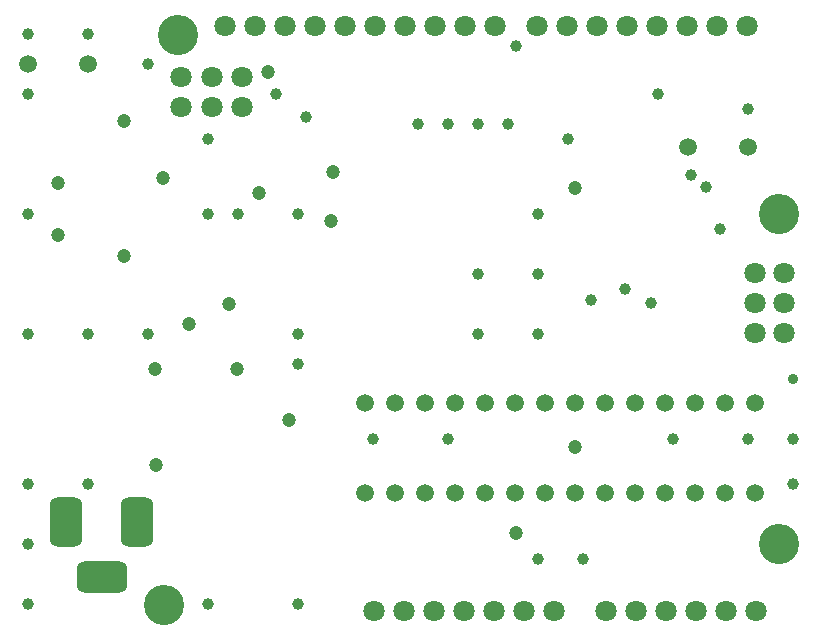
<source format=gbs>
%FSTAX43Y43*%
%MOMM*%
G71*
G01*
G75*
G04 Layer_Color=3394611*
G04:AMPARAMS|DCode=10|XSize=0.9mm|YSize=0.8mm|CornerRadius=0.2mm|HoleSize=0mm|Usage=FLASHONLY|Rotation=90.000|XOffset=0mm|YOffset=0mm|HoleType=Round|Shape=RoundedRectangle|*
%AMROUNDEDRECTD10*
21,1,0.900,0.400,0,0,90.0*
21,1,0.500,0.800,0,0,90.0*
1,1,0.400,0.200,0.250*
1,1,0.400,0.200,-0.250*
1,1,0.400,-0.200,-0.250*
1,1,0.400,-0.200,0.250*
%
%ADD10ROUNDEDRECTD10*%
G04:AMPARAMS|DCode=11|XSize=4.3mm|YSize=1.9mm|CornerRadius=0.475mm|HoleSize=0mm|Usage=FLASHONLY|Rotation=270.000|XOffset=0mm|YOffset=0mm|HoleType=Round|Shape=RoundedRectangle|*
%AMROUNDEDRECTD11*
21,1,4.300,0.950,0,0,270.0*
21,1,3.350,1.900,0,0,270.0*
1,1,0.950,-0.475,-1.675*
1,1,0.950,-0.475,1.675*
1,1,0.950,0.475,1.675*
1,1,0.950,0.475,-1.675*
%
%ADD11ROUNDEDRECTD11*%
G04:AMPARAMS|DCode=12|XSize=1.5mm|YSize=1.25mm|CornerRadius=0.313mm|HoleSize=0mm|Usage=FLASHONLY|Rotation=0.000|XOffset=0mm|YOffset=0mm|HoleType=Round|Shape=RoundedRectangle|*
%AMROUNDEDRECTD12*
21,1,1.500,0.625,0,0,0.0*
21,1,0.875,1.250,0,0,0.0*
1,1,0.625,0.438,-0.313*
1,1,0.625,-0.438,-0.313*
1,1,0.625,-0.438,0.313*
1,1,0.625,0.438,0.313*
%
%ADD12ROUNDEDRECTD12*%
G04:AMPARAMS|DCode=13|XSize=0.9mm|YSize=0.8mm|CornerRadius=0.2mm|HoleSize=0mm|Usage=FLASHONLY|Rotation=180.000|XOffset=0mm|YOffset=0mm|HoleType=Round|Shape=RoundedRectangle|*
%AMROUNDEDRECTD13*
21,1,0.900,0.400,0,0,180.0*
21,1,0.500,0.800,0,0,180.0*
1,1,0.400,-0.250,0.200*
1,1,0.400,0.250,0.200*
1,1,0.400,0.250,-0.200*
1,1,0.400,-0.250,-0.200*
%
%ADD13ROUNDEDRECTD13*%
G04:AMPARAMS|DCode=14|XSize=1.5mm|YSize=1.25mm|CornerRadius=0.313mm|HoleSize=0mm|Usage=FLASHONLY|Rotation=90.000|XOffset=0mm|YOffset=0mm|HoleType=Round|Shape=RoundedRectangle|*
%AMROUNDEDRECTD14*
21,1,1.500,0.625,0,0,90.0*
21,1,0.875,1.250,0,0,90.0*
1,1,0.625,0.313,0.438*
1,1,0.625,0.313,-0.438*
1,1,0.625,-0.313,-0.438*
1,1,0.625,-0.313,0.438*
%
%ADD14ROUNDEDRECTD14*%
G04:AMPARAMS|DCode=15|XSize=2.65mm|YSize=1.75mm|CornerRadius=0.438mm|HoleSize=0mm|Usage=FLASHONLY|Rotation=90.000|XOffset=0mm|YOffset=0mm|HoleType=Round|Shape=RoundedRectangle|*
%AMROUNDEDRECTD15*
21,1,2.650,0.875,0,0,90.0*
21,1,1.775,1.750,0,0,90.0*
1,1,0.875,0.438,0.887*
1,1,0.875,0.438,-0.887*
1,1,0.875,-0.438,-0.887*
1,1,0.875,-0.438,0.887*
%
%ADD15ROUNDEDRECTD15*%
G04:AMPARAMS|DCode=16|XSize=3.28mm|YSize=1.5mm|CornerRadius=0.375mm|HoleSize=0mm|Usage=FLASHONLY|Rotation=270.000|XOffset=0mm|YOffset=0mm|HoleType=Round|Shape=RoundedRectangle|*
%AMROUNDEDRECTD16*
21,1,3.280,0.750,0,0,270.0*
21,1,2.530,1.500,0,0,270.0*
1,1,0.750,-0.375,-1.265*
1,1,0.750,-0.375,1.265*
1,1,0.750,0.375,1.265*
1,1,0.750,0.375,-1.265*
%
%ADD16ROUNDEDRECTD16*%
G04:AMPARAMS|DCode=17|XSize=1mm|YSize=1.5mm|CornerRadius=0.25mm|HoleSize=0mm|Usage=FLASHONLY|Rotation=270.000|XOffset=0mm|YOffset=0mm|HoleType=Round|Shape=RoundedRectangle|*
%AMROUNDEDRECTD17*
21,1,1.000,1.000,0,0,270.0*
21,1,0.500,1.500,0,0,270.0*
1,1,0.500,-0.500,-0.250*
1,1,0.500,-0.500,0.250*
1,1,0.500,0.500,0.250*
1,1,0.500,0.500,-0.250*
%
%ADD17ROUNDEDRECTD17*%
G04:AMPARAMS|DCode=18|XSize=1.3mm|YSize=1mm|CornerRadius=0.25mm|HoleSize=0mm|Usage=FLASHONLY|Rotation=270.000|XOffset=0mm|YOffset=0mm|HoleType=Round|Shape=RoundedRectangle|*
%AMROUNDEDRECTD18*
21,1,1.300,0.500,0,0,270.0*
21,1,0.800,1.000,0,0,270.0*
1,1,0.500,-0.250,-0.400*
1,1,0.500,-0.250,0.400*
1,1,0.500,0.250,0.400*
1,1,0.500,0.250,-0.400*
%
%ADD18ROUNDEDRECTD18*%
G04:AMPARAMS|DCode=19|XSize=1.5mm|YSize=1.3mm|CornerRadius=0.325mm|HoleSize=0mm|Usage=FLASHONLY|Rotation=90.000|XOffset=0mm|YOffset=0mm|HoleType=Round|Shape=RoundedRectangle|*
%AMROUNDEDRECTD19*
21,1,1.500,0.650,0,0,90.0*
21,1,0.850,1.300,0,0,90.0*
1,1,0.650,0.325,0.425*
1,1,0.650,0.325,-0.425*
1,1,0.650,-0.325,-0.425*
1,1,0.650,-0.325,0.425*
%
%ADD19ROUNDEDRECTD19*%
G04:AMPARAMS|DCode=20|XSize=0.8mm|YSize=1mm|CornerRadius=0.2mm|HoleSize=0mm|Usage=FLASHONLY|Rotation=180.000|XOffset=0mm|YOffset=0mm|HoleType=Round|Shape=RoundedRectangle|*
%AMROUNDEDRECTD20*
21,1,0.800,0.600,0,0,180.0*
21,1,0.400,1.000,0,0,180.0*
1,1,0.400,-0.200,0.300*
1,1,0.400,0.200,0.300*
1,1,0.400,0.200,-0.300*
1,1,0.400,-0.200,-0.300*
%
%ADD20ROUNDEDRECTD20*%
%ADD21O,0.400X2.100*%
G04:AMPARAMS|DCode=22|XSize=1.6mm|YSize=0.4mm|CornerRadius=0.1mm|HoleSize=0mm|Usage=FLASHONLY|Rotation=270.000|XOffset=0mm|YOffset=0mm|HoleType=Round|Shape=RoundedRectangle|*
%AMROUNDEDRECTD22*
21,1,1.600,0.200,0,0,270.0*
21,1,1.400,0.400,0,0,270.0*
1,1,0.200,-0.100,-0.700*
1,1,0.200,-0.100,0.700*
1,1,0.200,0.100,0.700*
1,1,0.200,0.100,-0.700*
%
%ADD22ROUNDEDRECTD22*%
G04:AMPARAMS|DCode=23|XSize=2.5mm|YSize=2mm|CornerRadius=0.5mm|HoleSize=0mm|Usage=FLASHONLY|Rotation=180.000|XOffset=0mm|YOffset=0mm|HoleType=Round|Shape=RoundedRectangle|*
%AMROUNDEDRECTD23*
21,1,2.500,1.000,0,0,180.0*
21,1,1.500,2.000,0,0,180.0*
1,1,1.000,-0.750,0.500*
1,1,1.000,0.750,0.500*
1,1,1.000,0.750,-0.500*
1,1,1.000,-0.750,-0.500*
%
%ADD23ROUNDEDRECTD23*%
%ADD24O,2.250X0.500*%
G04:AMPARAMS|DCode=25|XSize=1.5mm|YSize=1mm|CornerRadius=0.25mm|HoleSize=0mm|Usage=FLASHONLY|Rotation=90.000|XOffset=0mm|YOffset=0mm|HoleType=Round|Shape=RoundedRectangle|*
%AMROUNDEDRECTD25*
21,1,1.500,0.500,0,0,90.0*
21,1,1.000,1.000,0,0,90.0*
1,1,0.500,0.250,0.500*
1,1,0.500,0.250,-0.500*
1,1,0.500,-0.250,-0.500*
1,1,0.500,-0.250,0.500*
%
%ADD25ROUNDEDRECTD25*%
%ADD26C,0.300*%
%ADD27C,0.400*%
%ADD28C,0.500*%
%ADD29C,1.000*%
%ADD30C,1.500*%
%ADD31C,0.800*%
%ADD32C,0.700*%
%ADD33C,1.000*%
%ADD34C,1.300*%
%ADD35C,1.600*%
G04:AMPARAMS|DCode=36|XSize=2.54mm|YSize=4.064mm|CornerRadius=0.635mm|HoleSize=0mm|Usage=FLASHONLY|Rotation=0.000|XOffset=0mm|YOffset=0mm|HoleType=Round|Shape=RoundedRectangle|*
%AMROUNDEDRECTD36*
21,1,2.540,2.794,0,0,0.0*
21,1,1.270,4.064,0,0,0.0*
1,1,1.270,0.635,-1.397*
1,1,1.270,-0.635,-1.397*
1,1,1.270,-0.635,1.397*
1,1,1.270,0.635,1.397*
%
%ADD36ROUNDEDRECTD36*%
G04:AMPARAMS|DCode=37|XSize=4.064mm|YSize=2.54mm|CornerRadius=0.635mm|HoleSize=0mm|Usage=FLASHONLY|Rotation=0.000|XOffset=0mm|YOffset=0mm|HoleType=Round|Shape=RoundedRectangle|*
%AMROUNDEDRECTD37*
21,1,4.064,1.270,0,0,0.0*
21,1,2.794,2.540,0,0,0.0*
1,1,1.270,1.397,-0.635*
1,1,1.270,-1.397,-0.635*
1,1,1.270,-1.397,0.635*
1,1,1.270,1.397,0.635*
%
%ADD37ROUNDEDRECTD37*%
%ADD38C,0.700*%
%ADD39C,0.800*%
%ADD40C,3.200*%
%ADD41C,0.200*%
%ADD42C,0.250*%
%ADD43C,0.013*%
%ADD44C,0.006*%
G04:AMPARAMS|DCode=45|XSize=1.103mm|YSize=1.003mm|CornerRadius=0.302mm|HoleSize=0mm|Usage=FLASHONLY|Rotation=90.000|XOffset=0mm|YOffset=0mm|HoleType=Round|Shape=RoundedRectangle|*
%AMROUNDEDRECTD45*
21,1,1.103,0.400,0,0,90.0*
21,1,0.500,1.003,0,0,90.0*
1,1,0.603,0.200,0.250*
1,1,0.603,0.200,-0.250*
1,1,0.603,-0.200,-0.250*
1,1,0.603,-0.200,0.250*
%
%ADD45ROUNDEDRECTD45*%
G04:AMPARAMS|DCode=46|XSize=4.5mm|YSize=2.1mm|CornerRadius=0.575mm|HoleSize=0mm|Usage=FLASHONLY|Rotation=270.000|XOffset=0mm|YOffset=0mm|HoleType=Round|Shape=RoundedRectangle|*
%AMROUNDEDRECTD46*
21,1,4.500,0.950,0,0,270.0*
21,1,3.350,2.100,0,0,270.0*
1,1,1.150,-0.475,-1.675*
1,1,1.150,-0.475,1.675*
1,1,1.150,0.475,1.675*
1,1,1.150,0.475,-1.675*
%
%ADD46ROUNDEDRECTD46*%
G04:AMPARAMS|DCode=47|XSize=1.703mm|YSize=1.453mm|CornerRadius=0.414mm|HoleSize=0mm|Usage=FLASHONLY|Rotation=0.000|XOffset=0mm|YOffset=0mm|HoleType=Round|Shape=RoundedRectangle|*
%AMROUNDEDRECTD47*
21,1,1.703,0.625,0,0,0.0*
21,1,0.875,1.453,0,0,0.0*
1,1,0.828,0.438,-0.313*
1,1,0.828,-0.438,-0.313*
1,1,0.828,-0.438,0.313*
1,1,0.828,0.438,0.313*
%
%ADD47ROUNDEDRECTD47*%
G04:AMPARAMS|DCode=48|XSize=1.103mm|YSize=1.003mm|CornerRadius=0.302mm|HoleSize=0mm|Usage=FLASHONLY|Rotation=180.000|XOffset=0mm|YOffset=0mm|HoleType=Round|Shape=RoundedRectangle|*
%AMROUNDEDRECTD48*
21,1,1.103,0.400,0,0,180.0*
21,1,0.500,1.003,0,0,180.0*
1,1,0.603,-0.250,0.200*
1,1,0.603,0.250,0.200*
1,1,0.603,0.250,-0.200*
1,1,0.603,-0.250,-0.200*
%
%ADD48ROUNDEDRECTD48*%
G04:AMPARAMS|DCode=49|XSize=1.703mm|YSize=1.453mm|CornerRadius=0.414mm|HoleSize=0mm|Usage=FLASHONLY|Rotation=90.000|XOffset=0mm|YOffset=0mm|HoleType=Round|Shape=RoundedRectangle|*
%AMROUNDEDRECTD49*
21,1,1.703,0.625,0,0,90.0*
21,1,0.875,1.453,0,0,90.0*
1,1,0.828,0.313,0.438*
1,1,0.828,0.313,-0.438*
1,1,0.828,-0.313,-0.438*
1,1,0.828,-0.313,0.438*
%
%ADD49ROUNDEDRECTD49*%
G04:AMPARAMS|DCode=50|XSize=2.853mm|YSize=1.953mm|CornerRadius=0.539mm|HoleSize=0mm|Usage=FLASHONLY|Rotation=90.000|XOffset=0mm|YOffset=0mm|HoleType=Round|Shape=RoundedRectangle|*
%AMROUNDEDRECTD50*
21,1,2.853,0.875,0,0,90.0*
21,1,1.775,1.953,0,0,90.0*
1,1,1.078,0.438,0.887*
1,1,1.078,0.438,-0.887*
1,1,1.078,-0.438,-0.887*
1,1,1.078,-0.438,0.887*
%
%ADD50ROUNDEDRECTD50*%
G04:AMPARAMS|DCode=51|XSize=3.483mm|YSize=1.703mm|CornerRadius=0.477mm|HoleSize=0mm|Usage=FLASHONLY|Rotation=270.000|XOffset=0mm|YOffset=0mm|HoleType=Round|Shape=RoundedRectangle|*
%AMROUNDEDRECTD51*
21,1,3.483,0.750,0,0,270.0*
21,1,2.530,1.703,0,0,270.0*
1,1,0.953,-0.375,-1.265*
1,1,0.953,-0.375,1.265*
1,1,0.953,0.375,1.265*
1,1,0.953,0.375,-1.265*
%
%ADD51ROUNDEDRECTD51*%
G04:AMPARAMS|DCode=52|XSize=1.203mm|YSize=1.703mm|CornerRadius=0.352mm|HoleSize=0mm|Usage=FLASHONLY|Rotation=270.000|XOffset=0mm|YOffset=0mm|HoleType=Round|Shape=RoundedRectangle|*
%AMROUNDEDRECTD52*
21,1,1.203,1.000,0,0,270.0*
21,1,0.500,1.703,0,0,270.0*
1,1,0.703,-0.500,-0.250*
1,1,0.703,-0.500,0.250*
1,1,0.703,0.500,0.250*
1,1,0.703,0.500,-0.250*
%
%ADD52ROUNDEDRECTD52*%
G04:AMPARAMS|DCode=53|XSize=1.503mm|YSize=1.203mm|CornerRadius=0.352mm|HoleSize=0mm|Usage=FLASHONLY|Rotation=270.000|XOffset=0mm|YOffset=0mm|HoleType=Round|Shape=RoundedRectangle|*
%AMROUNDEDRECTD53*
21,1,1.503,0.500,0,0,270.0*
21,1,0.800,1.203,0,0,270.0*
1,1,0.703,-0.250,-0.400*
1,1,0.703,-0.250,0.400*
1,1,0.703,0.250,0.400*
1,1,0.703,0.250,-0.400*
%
%ADD53ROUNDEDRECTD53*%
G04:AMPARAMS|DCode=54|XSize=1.703mm|YSize=1.503mm|CornerRadius=0.427mm|HoleSize=0mm|Usage=FLASHONLY|Rotation=90.000|XOffset=0mm|YOffset=0mm|HoleType=Round|Shape=RoundedRectangle|*
%AMROUNDEDRECTD54*
21,1,1.703,0.650,0,0,90.0*
21,1,0.850,1.503,0,0,90.0*
1,1,0.853,0.325,0.425*
1,1,0.853,0.325,-0.425*
1,1,0.853,-0.325,-0.425*
1,1,0.853,-0.325,0.425*
%
%ADD54ROUNDEDRECTD54*%
G04:AMPARAMS|DCode=55|XSize=1mm|YSize=1.2mm|CornerRadius=0.3mm|HoleSize=0mm|Usage=FLASHONLY|Rotation=180.000|XOffset=0mm|YOffset=0mm|HoleType=Round|Shape=RoundedRectangle|*
%AMROUNDEDRECTD55*
21,1,1.000,0.600,0,0,180.0*
21,1,0.400,1.200,0,0,180.0*
1,1,0.600,-0.200,0.300*
1,1,0.600,0.200,0.300*
1,1,0.600,0.200,-0.300*
1,1,0.600,-0.200,-0.300*
%
%ADD55ROUNDEDRECTD55*%
%ADD56O,0.603X2.303*%
G04:AMPARAMS|DCode=57|XSize=1.803mm|YSize=0.603mm|CornerRadius=0.202mm|HoleSize=0mm|Usage=FLASHONLY|Rotation=270.000|XOffset=0mm|YOffset=0mm|HoleType=Round|Shape=RoundedRectangle|*
%AMROUNDEDRECTD57*
21,1,1.803,0.200,0,0,270.0*
21,1,1.400,0.603,0,0,270.0*
1,1,0.403,-0.100,-0.700*
1,1,0.403,-0.100,0.700*
1,1,0.403,0.100,0.700*
1,1,0.403,0.100,-0.700*
%
%ADD57ROUNDEDRECTD57*%
G04:AMPARAMS|DCode=58|XSize=2.703mm|YSize=2.203mm|CornerRadius=0.602mm|HoleSize=0mm|Usage=FLASHONLY|Rotation=180.000|XOffset=0mm|YOffset=0mm|HoleType=Round|Shape=RoundedRectangle|*
%AMROUNDEDRECTD58*
21,1,2.703,1.000,0,0,180.0*
21,1,1.500,2.203,0,0,180.0*
1,1,1.203,-0.750,0.500*
1,1,1.203,0.750,0.500*
1,1,1.203,0.750,-0.500*
1,1,1.203,-0.750,-0.500*
%
%ADD58ROUNDEDRECTD58*%
%ADD59O,2.453X0.703*%
G04:AMPARAMS|DCode=60|XSize=1.703mm|YSize=1.203mm|CornerRadius=0.352mm|HoleSize=0mm|Usage=FLASHONLY|Rotation=90.000|XOffset=0mm|YOffset=0mm|HoleType=Round|Shape=RoundedRectangle|*
%AMROUNDEDRECTD60*
21,1,1.703,0.500,0,0,90.0*
21,1,1.000,1.203,0,0,90.0*
1,1,0.703,0.250,0.500*
1,1,0.703,0.250,-0.500*
1,1,0.703,-0.250,-0.500*
1,1,0.703,-0.250,0.500*
%
%ADD60ROUNDEDRECTD60*%
%ADD61C,1.203*%
%ADD62C,1.503*%
%ADD63C,1.800*%
G04:AMPARAMS|DCode=64|XSize=2.743mm|YSize=4.267mm|CornerRadius=0.737mm|HoleSize=0mm|Usage=FLASHONLY|Rotation=0.000|XOffset=0mm|YOffset=0mm|HoleType=Round|Shape=RoundedRectangle|*
%AMROUNDEDRECTD64*
21,1,2.743,2.794,0,0,0.0*
21,1,1.270,4.267,0,0,0.0*
1,1,1.473,0.635,-1.397*
1,1,1.473,-0.635,-1.397*
1,1,1.473,-0.635,1.397*
1,1,1.473,0.635,1.397*
%
%ADD64ROUNDEDRECTD64*%
G04:AMPARAMS|DCode=65|XSize=4.267mm|YSize=2.743mm|CornerRadius=0.737mm|HoleSize=0mm|Usage=FLASHONLY|Rotation=0.000|XOffset=0mm|YOffset=0mm|HoleType=Round|Shape=RoundedRectangle|*
%AMROUNDEDRECTD65*
21,1,4.267,1.270,0,0,0.0*
21,1,2.794,2.743,0,0,0.0*
1,1,1.473,1.397,-0.635*
1,1,1.473,-1.397,-0.635*
1,1,1.473,-1.397,0.635*
1,1,1.473,1.397,0.635*
%
%ADD65ROUNDEDRECTD65*%
%ADD66C,1.200*%
%ADD67C,0.903*%
%ADD68C,1.003*%
%ADD69C,3.403*%
D61*
X00663Y00731D02*
D03*
X00664Y00772D02*
D03*
X008696Y0053975D02*
D03*
X0051347Y0060555D02*
D03*
X0051435Y0052388D02*
D03*
X006096Y0085725D02*
D03*
X0081915Y0046673D02*
D03*
X008696Y0075882D02*
D03*
X0057658Y006604D02*
D03*
X0062738Y005627D02*
D03*
X0054243Y0064375D02*
D03*
X005207Y0076708D02*
D03*
X004873Y0081534D02*
D03*
Y0070142D02*
D03*
X0058284Y006057D02*
D03*
X0060198Y0075438D02*
D03*
D62*
X009652Y0079375D02*
D03*
X01016D02*
D03*
X006918Y005008D02*
D03*
X007172D02*
D03*
X007426D02*
D03*
X00768D02*
D03*
X007934D02*
D03*
X008188D02*
D03*
X008442D02*
D03*
X008696D02*
D03*
X00895D02*
D03*
X009204D02*
D03*
X009458D02*
D03*
X009712D02*
D03*
X009966D02*
D03*
X01022D02*
D03*
Y00577D02*
D03*
X006918D02*
D03*
X007172D02*
D03*
X007426D02*
D03*
X00768D02*
D03*
X007934D02*
D03*
X008188D02*
D03*
X008442D02*
D03*
X008696D02*
D03*
X00895D02*
D03*
X009204D02*
D03*
X009458D02*
D03*
X009712D02*
D03*
X009966D02*
D03*
X004572Y008636D02*
D03*
X004064D02*
D03*
D63*
X00536Y008273D02*
D03*
Y008527D02*
D03*
X00587Y008273D02*
D03*
Y008527D02*
D03*
X00562Y008273D02*
D03*
Y008527D02*
D03*
X010465Y00661D02*
D03*
Y006864D02*
D03*
Y006356D02*
D03*
X010215D02*
D03*
Y006864D02*
D03*
Y00661D02*
D03*
X008372Y00896D02*
D03*
X008626D02*
D03*
X00888D02*
D03*
X009134D02*
D03*
X009388D02*
D03*
X009642D02*
D03*
X009896D02*
D03*
X01015D02*
D03*
X005728D02*
D03*
X005982D02*
D03*
X006236D02*
D03*
X00649D02*
D03*
X006744D02*
D03*
X006998D02*
D03*
X007252D02*
D03*
X007506D02*
D03*
X00776D02*
D03*
X008014D02*
D03*
X008512Y00401D02*
D03*
X008258D02*
D03*
X008004D02*
D03*
X00775D02*
D03*
X007496D02*
D03*
X007242D02*
D03*
X006988D02*
D03*
X010225D02*
D03*
X009971D02*
D03*
X009717D02*
D03*
X009463D02*
D03*
X009209D02*
D03*
X008955D02*
D03*
D64*
X0049847Y0047625D02*
D03*
X0043798D02*
D03*
D65*
X0046847Y0042925D02*
D03*
D66*
X004313Y00763D02*
D03*
Y00719D02*
D03*
D67*
X010541Y005969D02*
D03*
D68*
X0091122Y006731D02*
D03*
X0093345Y00661D02*
D03*
X0061595Y008382D02*
D03*
X0088265Y0066357D02*
D03*
X009917Y007239D02*
D03*
X0098044Y0075946D02*
D03*
X0096774Y0076962D02*
D03*
X004064Y004064D02*
D03*
Y004572D02*
D03*
Y00508D02*
D03*
Y00635D02*
D03*
X004572D02*
D03*
X00508D02*
D03*
X004064Y008382D02*
D03*
Y00889D02*
D03*
X004572D02*
D03*
X00508Y008636D02*
D03*
X005588Y008001D02*
D03*
Y007366D02*
D03*
X005842D02*
D03*
X00635D02*
D03*
Y00635D02*
D03*
Y006096D02*
D03*
X004572Y00508D02*
D03*
X005588Y004064D02*
D03*
X00635D02*
D03*
X006985Y005461D02*
D03*
X00762D02*
D03*
X009525D02*
D03*
X007874Y00635D02*
D03*
X008382D02*
D03*
Y004445D02*
D03*
X008763D02*
D03*
X008382Y006858D02*
D03*
X007874D02*
D03*
X008382Y007366D02*
D03*
X007366Y008128D02*
D03*
X00762D02*
D03*
X007874D02*
D03*
X008128D02*
D03*
X008636Y008001D02*
D03*
X009398Y008382D02*
D03*
X01016Y008255D02*
D03*
Y005461D02*
D03*
X010541D02*
D03*
Y00508D02*
D03*
X0081915Y0087884D02*
D03*
X0064135Y0081915D02*
D03*
X004064Y007366D02*
D03*
D69*
X005334Y00888D02*
D03*
X01042Y004572D02*
D03*
Y007366D02*
D03*
X00521Y00406D02*
D03*
M02*

</source>
